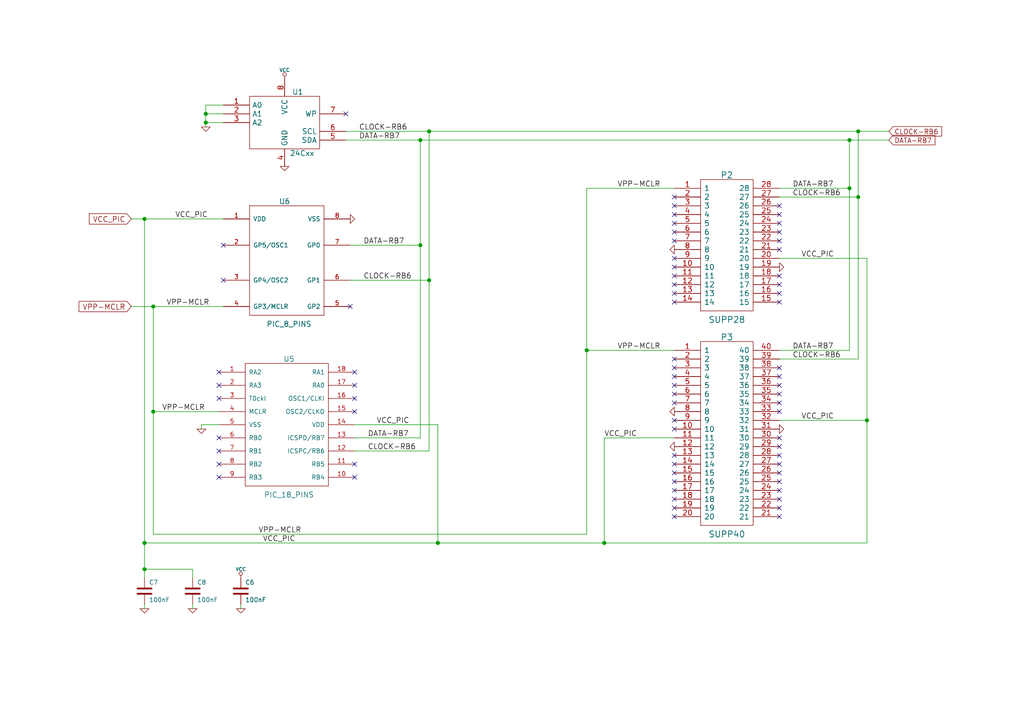
<source format=kicad_sch>
(kicad_sch (version 20201015) (generator eeschema)
  (page 1 3)
  (paper "A4")
  (title_block (title "JDM - COM84 PIC Programmer with 13V DC/DC converter") (date "Sun 22 Mar 2015") (rev "3") (company "KiCad"))
  (lib_symbols
    (symbol "flat_hierarchy_schlib:24C16" (pin_names (offset 0.762))
      (property "Reference" "U" (at 3.81 8.89 0))
      (property "Value" "24C16" (at 5.08 -8.89 0))
      (symbol "24C16_1_1"
        (rectangle (start -10.16 -7.62) (end 10.16 7.62))
        (pin input line (at -17.78 5.08 0) (length 7.62) (name "A0") (number "1"))
        (pin input line (at -17.78 2.54 0) (length 7.62) (name "A1") (number "2"))
        (pin input line (at -17.78 0 0) (length 7.62) (name "A2") (number "3"))
        (pin bidirectional line (at 17.78 -5.08 180) (length 7.62) (name "SDA") (number "5"))
        (pin input line (at 17.78 -2.54 180) (length 7.62) (name "SCL") (number "6"))
        (pin input line (at 17.78 2.54 180) (length 7.62) (name "WP") (number "7"))
      )
      (symbol "24C16_0_0"
        (pin power_in line (at 0 -12.7 90) (length 5.08) (name "GND") (number "4"))
        (pin power_in line (at 0 12.7 270) (length 5.08) (name "VCC") (number "8"))
      )
    )
    (symbol "flat_hierarchy_schlib:C" (pin_numbers hide) (pin_names (offset 0.254))
      (property "Reference" "C" (at 0.635 2.54 0))
      (property "Value" "C" (at 0.635 -2.54 0))
      (symbol "C_0_1"
        (polyline (pts (xy -2.032 -0.762) (xy 2.032 -0.762)) (stroke (width 0.508)))
        (polyline (pts (xy -2.032 0.762) (xy 2.032 0.762)) (stroke (width 0.508)))
      )
      (symbol "C_1_1"
        (pin passive line (at 0 3.81 270) (length 2.794) (name "~") (number "1"))
        (pin passive line (at 0 -3.81 90) (length 2.794) (name "~") (number "2"))
      )
    )
    (symbol "flat_hierarchy_schlib:C_1" (pin_numbers hide) (pin_names (offset 0.254))
      (property "Reference" "C" (at 0.635 2.54 0))
      (property "Value" "C" (at 0.635 -2.54 0))
      (symbol "C_1_0_1"
        (polyline (pts (xy -2.032 -0.762) (xy 2.032 -0.762)) (stroke (width 0.508)))
        (polyline (pts (xy -2.032 0.762) (xy 2.032 0.762)) (stroke (width 0.508)))
      )
      (symbol "C_1_1_1"
        (pin passive line (at 0 3.81 270) (length 2.794) (name "~") (number "1"))
        (pin passive line (at 0 -3.81 90) (length 2.794) (name "~") (number "2"))
      )
    )
    (symbol "flat_hierarchy_schlib:C_2" (pin_numbers hide) (pin_names (offset 0.254))
      (property "Reference" "C" (at 0.635 2.54 0))
      (property "Value" "C" (at 0.635 -2.54 0))
      (symbol "C_2_0_1"
        (polyline (pts (xy -2.032 -0.762) (xy 2.032 -0.762)) (stroke (width 0.508)))
        (polyline (pts (xy -2.032 0.762) (xy 2.032 0.762)) (stroke (width 0.508)))
      )
      (symbol "C_2_1_1"
        (pin passive line (at 0 3.81 270) (length 2.794) (name "~") (number "1"))
        (pin passive line (at 0 -3.81 90) (length 2.794) (name "~") (number "2"))
      )
    )
    (symbol "flat_hierarchy_schlib:GND" (power) (pin_names (offset 0))
      (symbol "GND_0_1"
        (polyline (pts (xy -1.27 0) (xy 0 -1.27) (xy 1.27 0) (xy -1.27 0)))
      )
      (symbol "GND_1_1"
        (pin power_in line (at 0 0 90) (length 0) hide (name "GND") (number "1"))
      )
    )
    (symbol "flat_hierarchy_schlib:PIC12C508A" (pin_names (offset 1.016))
      (property "Reference" "U" (at 0 17.78 0))
      (property "Value" "PIC12C508A" (at 0 -16.51 0))
      (symbol "PIC12C508A_0_1"
        (rectangle (start 10.16 -15.24) (end -11.43 16.51))
      )
      (symbol "PIC12C508A_1_1"
        (pin power_in line (at -19.05 12.7 0) (length 7.62) (name "VDD") (number "1"))
        (pin input line (at -19.05 5.08 0) (length 7.62) (name "GP5/OSC1") (number "2"))
        (pin input line (at -19.05 -5.08 0) (length 7.62) (name "GP4/OSC2") (number "3"))
        (pin input line (at -19.05 -12.7 0) (length 7.62) (name "GP3/MCLR") (number "4"))
        (pin input line (at 17.78 -12.7 180) (length 7.62) (name "GP2") (number "5"))
        (pin input line (at 17.78 -5.08 180) (length 7.62) (name "GP1") (number "6"))
        (pin input line (at 17.78 5.08 180) (length 7.62) (name "GP0") (number "7"))
        (pin power_in line (at 17.78 12.7 180) (length 7.62) (name "VSS") (number "8"))
      )
      (symbol "PIC12C508A_1_2"
        (pin power_in line (at -19.05 12.7 0) (length 7.62) (name "VDD") (number "1"))
        (pin input line (at -19.05 5.08 0) (length 7.62) (name "GP5/OSC1") (number "2"))
        (pin input line (at -19.05 -5.08 0) (length 7.62) (name "GP4/OSC2") (number "3"))
        (pin input line (at -19.05 -12.7 0) (length 7.62) (name "GP3/MCLR") (number "4"))
        (pin input line (at 17.78 -12.7 180) (length 7.62) (name "GP2") (number "5"))
        (pin input line (at 17.78 -5.08 180) (length 7.62) (name "GP1") (number "6"))
        (pin input line (at 17.78 5.08 180) (length 7.62) (name "GP0") (number "7"))
        (pin power_in line (at 17.78 12.7 180) (length 7.62) (name "VSS") (number "8"))
      )
    )
    (symbol "flat_hierarchy_schlib:PIC16F54" (pin_names (offset 1.016))
      (property "Reference" "U?" (at 0 -19.05 0))
      (property "Value" "PIC16F54" (at 0 20.32 0))
      (symbol "PIC16F54_0_1"
        (rectangle (start -12.7 17.78) (end 11.43 -17.78))
      )
      (symbol "PIC16F54_1_1"
        (pin bidirectional line (at -20.32 15.24 0) (length 7.62) (name "RA2") (number "1"))
        (pin bidirectional line (at 19.05 -15.24 180) (length 7.62) (name "RB4") (number "10"))
        (pin bidirectional line (at 19.05 -11.43 180) (length 7.62) (name "RB5") (number "11"))
        (pin bidirectional line (at 19.05 -7.62 180) (length 7.62) (name "ICSPC/RB6") (number "12"))
        (pin bidirectional line (at 19.05 -3.81 180) (length 7.62) (name "ICSPD/RB7") (number "13"))
        (pin power_in line (at 19.05 0 180) (length 7.62) (name "VDD") (number "14"))
        (pin output line (at 19.05 3.81 180) (length 7.62) (name "OSC2/CLKO") (number "15"))
        (pin input line (at 19.05 7.62 180) (length 7.62) (name "OSC1/CLKI") (number "16"))
        (pin bidirectional line (at 19.05 11.43 180) (length 7.62) (name "RA0") (number "17"))
        (pin bidirectional line (at 19.05 15.24 180) (length 7.62) (name "RA1") (number "18"))
        (pin bidirectional line (at -20.32 11.43 0) (length 7.62) (name "RA3") (number "2"))
        (pin output line (at -20.32 7.62 0) (length 7.62) (name "T0ckl") (number "3"))
        (pin input line (at -20.32 3.81 0) (length 7.62) (name "MCLR") (number "4"))
        (pin power_in line (at -20.32 0 0) (length 7.62) (name "VSS") (number "5"))
        (pin bidirectional line (at -20.32 -3.81 0) (length 7.62) (name "RB0") (number "6"))
        (pin bidirectional line (at -20.32 -7.62 0) (length 7.62) (name "RB1") (number "7"))
        (pin bidirectional line (at -20.32 -11.43 0) (length 7.62) (name "RB2") (number "8"))
        (pin bidirectional line (at -20.32 -15.24 0) (length 7.62) (name "RB3") (number "9"))
      )
      (symbol "PIC16F54_1_2"
        (pin bidirectional line (at -20.32 15.24 0) (length 7.62) (name "RA2") (number "1"))
        (pin bidirectional line (at 19.05 -15.24 180) (length 7.62) (name "RB4") (number "10"))
        (pin bidirectional line (at 19.05 -11.43 180) (length 7.62) (name "RB5") (number "11"))
        (pin bidirectional line (at 19.05 -7.62 180) (length 7.62) (name "ICSPC/RB6") (number "12"))
        (pin bidirectional line (at 19.05 -3.81 180) (length 7.62) (name "ICSPD/RB7") (number "13"))
        (pin power_in line (at 19.05 0 180) (length 7.62) (name "VDD") (number "14"))
        (pin output line (at 19.05 3.81 180) (length 7.62) (name "OSC2/CLKO") (number "15"))
        (pin input line (at 19.05 7.62 180) (length 7.62) (name "OSC1/CLKI") (number "16"))
        (pin bidirectional line (at 19.05 11.43 180) (length 7.62) (name "RA0") (number "17"))
        (pin bidirectional line (at 19.05 15.24 180) (length 7.62) (name "RA1") (number "18"))
        (pin bidirectional line (at -20.32 11.43 0) (length 7.62) (name "RA3") (number "2"))
        (pin output line (at -20.32 7.62 0) (length 7.62) (name "T0ckl") (number "3"))
        (pin input line (at -20.32 3.81 0) (length 7.62) (name "MCLR") (number "4"))
        (pin power_in line (at -20.32 0 0) (length 7.62) (name "VSS") (number "5"))
        (pin bidirectional line (at -20.32 -3.81 0) (length 7.62) (name "RB0") (number "6"))
        (pin bidirectional line (at -20.32 -7.62 0) (length 7.62) (name "RB1") (number "7"))
        (pin bidirectional line (at -20.32 -11.43 0) (length 7.62) (name "RB2") (number "8"))
        (pin bidirectional line (at -20.32 -15.24 0) (length 7.62) (name "RB3") (number "9"))
      )
    )
    (symbol "flat_hierarchy_schlib:SUPP28" (pin_names (offset 1.016))
      (property "Reference" "J" (at 0 2.54 0))
      (property "Value" "SUPP28" (at 0 -2.54 0))
      (symbol "SUPP28_0_1"
        (rectangle (start -7.62 -19.05) (end 7.62 19.05))
      )
      (symbol "SUPP28_1_1"
        (pin passive line (at -15.24 16.51 0) (length 7.62) (name "1") (number "1"))
        (pin passive line (at -15.24 -6.35 0) (length 7.62) (name "10") (number "10"))
        (pin passive line (at -15.24 -8.89 0) (length 7.62) (name "11") (number "11"))
        (pin passive line (at -15.24 -11.43 0) (length 7.62) (name "12") (number "12"))
        (pin passive line (at -15.24 -13.97 0) (length 7.62) (name "13") (number "13"))
        (pin passive line (at -15.24 -16.51 0) (length 7.62) (name "14") (number "14"))
        (pin passive line (at 15.24 -16.51 180) (length 7.62) (name "15") (number "15"))
        (pin passive line (at 15.24 -13.97 180) (length 7.62) (name "16") (number "16"))
        (pin passive line (at 15.24 -11.43 180) (length 7.62) (name "17") (number "17"))
        (pin passive line (at 15.24 -8.89 180) (length 7.62) (name "18") (number "18"))
        (pin passive line (at 15.24 -6.35 180) (length 7.62) (name "19") (number "19"))
        (pin passive line (at -15.24 13.97 0) (length 7.62) (name "2") (number "2"))
        (pin passive line (at 15.24 -3.81 180) (length 7.62) (name "20") (number "20"))
        (pin passive line (at 15.24 -1.27 180) (length 7.62) (name "21") (number "21"))
        (pin passive line (at 15.24 1.27 180) (length 7.62) (name "22") (number "22"))
        (pin passive line (at 15.24 3.81 180) (length 7.62) (name "23") (number "23"))
        (pin passive line (at 15.24 6.35 180) (length 7.62) (name "24") (number "24"))
        (pin passive line (at 15.24 8.89 180) (length 7.62) (name "25") (number "25"))
        (pin passive line (at 15.24 11.43 180) (length 7.62) (name "26") (number "26"))
        (pin passive line (at 15.24 13.97 180) (length 7.62) (name "27") (number "27"))
        (pin passive line (at 15.24 16.51 180) (length 7.62) (name "28") (number "28"))
        (pin passive line (at -15.24 11.43 0) (length 7.62) (name "3") (number "3"))
        (pin passive line (at -15.24 8.89 0) (length 7.62) (name "4") (number "4"))
        (pin passive line (at -15.24 6.35 0) (length 7.62) (name "5") (number "5"))
        (pin passive line (at -15.24 3.81 0) (length 7.62) (name "6") (number "6"))
        (pin passive line (at -15.24 1.27 0) (length 7.62) (name "7") (number "7"))
        (pin passive line (at -15.24 -1.27 0) (length 7.62) (name "8") (number "8"))
        (pin passive line (at -15.24 -3.81 0) (length 7.62) (name "9") (number "9"))
      )
    )
    (symbol "flat_hierarchy_schlib:SUPP40" (pin_names (offset 1.016))
      (property "Reference" "P" (at 0 27.94 0))
      (property "Value" "SUPP40" (at 0 -27.94 0))
      (symbol "SUPP40_0_1"
        (rectangle (start -7.62 -26.67) (end 7.62 26.67))
      )
      (symbol "SUPP40_1_1"
        (pin passive line (at -15.24 24.13 0) (length 7.62) (name "1") (number "1"))
        (pin passive line (at -15.24 1.27 0) (length 7.62) (name "10") (number "10"))
        (pin passive line (at -15.24 -1.27 0) (length 7.62) (name "11") (number "11"))
        (pin passive line (at -15.24 -3.81 0) (length 7.62) (name "12") (number "12"))
        (pin passive line (at -15.24 -6.35 0) (length 7.62) (name "13") (number "13"))
        (pin passive line (at -15.24 -8.89 0) (length 7.62) (name "14") (number "14"))
        (pin passive line (at -15.24 -11.43 0) (length 7.62) (name "15") (number "15"))
        (pin passive line (at -15.24 -13.97 0) (length 7.62) (name "16") (number "16"))
        (pin passive line (at -15.24 -16.51 0) (length 7.62) (name "17") (number "17"))
        (pin passive line (at -15.24 -19.05 0) (length 7.62) (name "18") (number "18"))
        (pin passive line (at -15.24 -21.59 0) (length 7.62) (name "19") (number "19"))
        (pin passive line (at -15.24 21.59 0) (length 7.62) (name "2") (number "2"))
        (pin passive line (at -15.24 -24.13 0) (length 7.62) (name "20") (number "20"))
        (pin passive line (at 15.24 -24.13 180) (length 7.62) (name "21") (number "21"))
        (pin passive line (at 15.24 -21.59 180) (length 7.62) (name "22") (number "22"))
        (pin passive line (at 15.24 -19.05 180) (length 7.62) (name "23") (number "23"))
        (pin passive line (at 15.24 -16.51 180) (length 7.62) (name "24") (number "24"))
        (pin passive line (at 15.24 -13.97 180) (length 7.62) (name "25") (number "25"))
        (pin passive line (at 15.24 -11.43 180) (length 7.62) (name "26") (number "26"))
        (pin passive line (at 15.24 -8.89 180) (length 7.62) (name "27") (number "27"))
        (pin passive line (at 15.24 -6.35 180) (length 7.62) (name "28") (number "28"))
        (pin passive line (at 15.24 -3.81 180) (length 7.62) (name "29") (number "29"))
        (pin passive line (at -15.24 19.05 0) (length 7.62) (name "3") (number "3"))
        (pin passive line (at 15.24 -1.27 180) (length 7.62) (name "30") (number "30"))
        (pin passive line (at 15.24 1.27 180) (length 7.62) (name "31") (number "31"))
        (pin passive line (at 15.24 3.81 180) (length 7.62) (name "32") (number "32"))
        (pin passive line (at 15.24 6.35 180) (length 7.62) (name "33") (number "33"))
        (pin passive line (at 15.24 8.89 180) (length 7.62) (name "34") (number "34"))
        (pin passive line (at 15.24 11.43 180) (length 7.62) (name "35") (number "35"))
        (pin passive line (at 15.24 13.97 180) (length 7.62) (name "36") (number "36"))
        (pin passive line (at 15.24 16.51 180) (length 7.62) (name "37") (number "37"))
        (pin passive line (at 15.24 19.05 180) (length 7.62) (name "38") (number "38"))
        (pin passive line (at 15.24 21.59 180) (length 7.62) (name "39") (number "39"))
        (pin passive line (at -15.24 16.51 0) (length 7.62) (name "4") (number "4"))
        (pin passive line (at 15.24 24.13 180) (length 7.62) (name "40") (number "40"))
        (pin passive line (at -15.24 13.97 0) (length 7.62) (name "5") (number "5"))
        (pin passive line (at -15.24 11.43 0) (length 7.62) (name "6") (number "6"))
        (pin passive line (at -15.24 8.89 0) (length 7.62) (name "7") (number "7"))
        (pin passive line (at -15.24 6.35 0) (length 7.62) (name "8") (number "8"))
        (pin passive line (at -15.24 3.81 0) (length 7.62) (name "9") (number "9"))
      )
    )
    (symbol "flat_hierarchy_schlib:VCC" (power) (pin_names (offset 0))
      (property "Value" "VCC" (at 0 2.54 0))
      (symbol "VCC_0_1"
        (circle (center 0 1.27) (radius 0.508))
        (polyline (pts (xy 0 0) (xy 0 0.762) (xy 0 0.762)))
      )
      (symbol "VCC_0_0"
        (pin power_in line (at 0 0 90) (length 0) hide (name "VCC") (number "1"))
      )
    )
  )
  (junction (at 41.91 63.5) (diameter 1.016))
  (junction (at 41.91 157.48) (diameter 1.016))
  (junction (at 41.91 165.1) (diameter 1.016))
  (junction (at 44.45 88.9) (diameter 1.016))
  (junction (at 44.45 119.38) (diameter 1.016))
  (junction (at 59.69 33.02) (diameter 1.016))
  (junction (at 59.69 35.56) (diameter 1.016))
  (junction (at 121.92 40.64) (diameter 1.016))
  (junction (at 121.92 71.12) (diameter 1.016))
  (junction (at 124.46 38.1) (diameter 1.016))
  (junction (at 124.46 81.28) (diameter 1.016))
  (junction (at 127 157.48) (diameter 1.016))
  (junction (at 170.18 101.6) (diameter 1.016))
  (junction (at 175.26 157.48) (diameter 1.016))
  (junction (at 246.38 40.64) (diameter 1.016))
  (junction (at 246.38 54.61) (diameter 1.016))
  (junction (at 248.92 38.1) (diameter 1.016))
  (junction (at 248.92 57.15) (diameter 1.016))
  (junction (at 251.46 121.92) (diameter 1.016))
  (no_connect (at 195.58 106.68))
  (no_connect (at 226.06 119.38))
  (no_connect (at 226.06 64.77))
  (no_connect (at 226.06 129.54))
  (no_connect (at 226.06 69.85))
  (no_connect (at 102.87 138.43))
  (no_connect (at 195.58 121.92))
  (no_connect (at 102.87 119.38))
  (no_connect (at 226.06 149.86))
  (no_connect (at 195.58 139.7))
  (no_connect (at 195.58 114.3))
  (no_connect (at 63.5 127))
  (no_connect (at 195.58 132.08))
  (no_connect (at 102.87 107.95))
  (no_connect (at 64.77 71.12))
  (no_connect (at 226.06 137.16))
  (no_connect (at 63.5 115.57))
  (no_connect (at 226.06 144.78))
  (no_connect (at 64.77 81.28))
  (no_connect (at 195.58 137.16))
  (no_connect (at 195.58 116.84))
  (no_connect (at 195.58 74.93))
  (no_connect (at 226.06 116.84))
  (no_connect (at 195.58 144.78))
  (no_connect (at 63.5 107.95))
  (no_connect (at 195.58 111.76))
  (no_connect (at 226.06 82.55))
  (no_connect (at 195.58 69.85))
  (no_connect (at 226.06 139.7))
  (no_connect (at 195.58 109.22))
  (no_connect (at 226.06 109.22))
  (no_connect (at 63.5 134.62))
  (no_connect (at 102.87 115.57))
  (no_connect (at 102.87 134.62))
  (no_connect (at 226.06 132.08))
  (no_connect (at 226.06 134.62))
  (no_connect (at 195.58 104.14))
  (no_connect (at 226.06 59.69))
  (no_connect (at 100.33 33.02))
  (no_connect (at 195.58 77.47))
  (no_connect (at 195.58 85.09))
  (no_connect (at 226.06 147.32))
  (no_connect (at 226.06 85.09))
  (no_connect (at 226.06 111.76))
  (no_connect (at 195.58 124.46))
  (no_connect (at 195.58 142.24))
  (no_connect (at 226.06 114.3))
  (no_connect (at 195.58 64.77))
  (no_connect (at 195.58 62.23))
  (no_connect (at 226.06 87.63))
  (no_connect (at 195.58 147.32))
  (no_connect (at 195.58 82.55))
  (no_connect (at 226.06 142.24))
  (no_connect (at 195.58 67.31))
  (no_connect (at 195.58 134.62))
  (no_connect (at 195.58 87.63))
  (no_connect (at 63.5 130.81))
  (no_connect (at 226.06 106.68))
  (no_connect (at 102.87 111.76))
  (no_connect (at 195.58 59.69))
  (no_connect (at 195.58 57.15))
  (no_connect (at 226.06 80.01))
  (no_connect (at 195.58 80.01))
  (no_connect (at 63.5 138.43))
  (no_connect (at 226.06 127))
  (no_connect (at 101.6 88.9))
  (no_connect (at 226.06 72.39))
  (no_connect (at 226.06 62.23))
  (no_connect (at 195.58 149.86))
  (no_connect (at 63.5 111.76))
  (no_connect (at 226.06 67.31))
  (wire (pts (xy 38.1 63.5) (xy 41.91 63.5)))
  (wire (pts (xy 38.1 88.9) (xy 44.45 88.9)))
  (wire (pts (xy 41.91 63.5) (xy 41.91 157.48)))
  (wire (pts (xy 41.91 63.5) (xy 64.77 63.5)))
  (wire (pts (xy 41.91 157.48) (xy 41.91 165.1)))
  (wire (pts (xy 41.91 165.1) (xy 41.91 167.64)))
  (wire (pts (xy 41.91 165.1) (xy 55.88 165.1)))
  (wire (pts (xy 41.91 175.26) (xy 41.91 176.53)))
  (wire (pts (xy 44.45 88.9) (xy 44.45 119.38)))
  (wire (pts (xy 44.45 88.9) (xy 64.77 88.9)))
  (wire (pts (xy 44.45 119.38) (xy 44.45 154.94)))
  (wire (pts (xy 44.45 154.94) (xy 170.18 154.94)))
  (wire (pts (xy 55.88 165.1) (xy 55.88 167.64)))
  (wire (pts (xy 55.88 175.26) (xy 55.88 176.53)))
  (wire (pts (xy 58.42 123.19) (xy 58.42 124.46)))
  (wire (pts (xy 59.69 30.48) (xy 59.69 33.02)))
  (wire (pts (xy 59.69 30.48) (xy 64.77 30.48)))
  (wire (pts (xy 59.69 33.02) (xy 59.69 35.56)))
  (wire (pts (xy 59.69 33.02) (xy 64.77 33.02)))
  (wire (pts (xy 59.69 35.56) (xy 59.69 36.83)))
  (wire (pts (xy 63.5 119.38) (xy 44.45 119.38)))
  (wire (pts (xy 63.5 123.19) (xy 58.42 123.19)))
  (wire (pts (xy 64.77 35.56) (xy 59.69 35.56)))
  (wire (pts (xy 69.85 175.26) (xy 69.85 176.53)))
  (wire (pts (xy 100.33 38.1) (xy 124.46 38.1)))
  (wire (pts (xy 100.33 40.64) (xy 121.92 40.64)))
  (wire (pts (xy 101.6 71.12) (xy 121.92 71.12)))
  (wire (pts (xy 101.6 81.28) (xy 124.46 81.28)))
  (wire (pts (xy 102.87 123.19) (xy 127 123.19)))
  (wire (pts (xy 121.92 40.64) (xy 121.92 71.12)))
  (wire (pts (xy 121.92 40.64) (xy 246.38 40.64)))
  (wire (pts (xy 121.92 71.12) (xy 121.92 127)))
  (wire (pts (xy 121.92 127) (xy 102.87 127)))
  (wire (pts (xy 124.46 38.1) (xy 124.46 81.28)))
  (wire (pts (xy 124.46 38.1) (xy 248.92 38.1)))
  (wire (pts (xy 124.46 81.28) (xy 124.46 130.81)))
  (wire (pts (xy 124.46 130.81) (xy 102.87 130.81)))
  (wire (pts (xy 127 123.19) (xy 127 157.48)))
  (wire (pts (xy 127 157.48) (xy 41.91 157.48)))
  (wire (pts (xy 170.18 54.61) (xy 195.58 54.61)))
  (wire (pts (xy 170.18 101.6) (xy 170.18 54.61)))
  (wire (pts (xy 170.18 101.6) (xy 195.58 101.6)))
  (wire (pts (xy 170.18 154.94) (xy 170.18 101.6)))
  (wire (pts (xy 175.26 127) (xy 175.26 157.48)))
  (wire (pts (xy 175.26 157.48) (xy 127 157.48)))
  (wire (pts (xy 195.58 127) (xy 175.26 127)))
  (wire (pts (xy 226.06 54.61) (xy 246.38 54.61)))
  (wire (pts (xy 226.06 57.15) (xy 248.92 57.15)))
  (wire (pts (xy 226.06 74.93) (xy 251.46 74.93)))
  (wire (pts (xy 226.06 121.92) (xy 251.46 121.92)))
  (wire (pts (xy 246.38 40.64) (xy 246.38 54.61)))
  (wire (pts (xy 246.38 40.64) (xy 257.81 40.64)))
  (wire (pts (xy 246.38 54.61) (xy 246.38 101.6)))
  (wire (pts (xy 246.38 101.6) (xy 226.06 101.6)))
  (wire (pts (xy 248.92 38.1) (xy 248.92 57.15)))
  (wire (pts (xy 248.92 38.1) (xy 257.81 38.1)))
  (wire (pts (xy 248.92 57.15) (xy 248.92 104.14)))
  (wire (pts (xy 248.92 104.14) (xy 226.06 104.14)))
  (wire (pts (xy 251.46 74.93) (xy 251.46 121.92)))
  (wire (pts (xy 251.46 121.92) (xy 251.46 157.48)))
  (wire (pts (xy 251.46 157.48) (xy 175.26 157.48)))
  (label "VPP-MCLR" (at 46.99 119.38 0) (effects (font (size 1.524 1.524))))
  (label "VPP-MCLR" (at 48.26 88.9 0) (effects (font (size 1.524 1.524))))
  (label "VCC_PIC" (at 50.8 63.5 0) (effects (font (size 1.524 1.524))))
  (label "VPP-MCLR" (at 74.93 154.94 0) (effects (font (size 1.524 1.524))))
  (label "VCC_PIC" (at 76.2 157.48 0) (effects (font (size 1.524 1.524))))
  (label "CLOCK-RB6" (at 104.14 38.1 0) (effects (font (size 1.524 1.524))))
  (label "DATA-RB7" (at 104.14 40.64 0) (effects (font (size 1.524 1.524))))
  (label "DATA-RB7" (at 105.41 71.12 0) (effects (font (size 1.524 1.524))))
  (label "CLOCK-RB6" (at 105.41 81.28 0) (effects (font (size 1.524 1.524))))
  (label "DATA-RB7" (at 106.68 127 0) (effects (font (size 1.524 1.524))))
  (label "CLOCK-RB6" (at 106.68 130.81 0) (effects (font (size 1.524 1.524))))
  (label "VCC_PIC" (at 109.22 123.19 0) (effects (font (size 1.524 1.524))))
  (label "VCC_PIC" (at 175.26 127 0) (effects (font (size 1.524 1.524))))
  (label "VPP-MCLR" (at 179.07 54.61 0) (effects (font (size 1.524 1.524))))
  (label "VPP-MCLR" (at 179.07 101.6 0) (effects (font (size 1.524 1.524))))
  (label "DATA-RB7" (at 229.87 54.61 0) (effects (font (size 1.524 1.524))))
  (label "CLOCK-RB6" (at 229.87 57.15 0) (effects (font (size 1.524 1.524))))
  (label "DATA-RB7" (at 229.87 101.6 0) (effects (font (size 1.524 1.524))))
  (label "CLOCK-RB6" (at 229.87 104.14 0) (effects (font (size 1.524 1.524))))
  (label "VCC_PIC" (at 232.41 74.93 0) (effects (font (size 1.524 1.524))))
  (label "VCC_PIC" (at 232.41 121.92 0) (effects (font (size 1.524 1.524))))
  (global_label "VCC_PIC" (shape input) (at 38.1 63.5 180) (effects (font (size 1.524 1.524))))
  (global_label "VPP-MCLR" (shape input) (at 38.1 88.9 180) (effects (font (size 1.524 1.524))))
  (global_label "CLOCK-RB6" (shape input) (at 257.81 38.1 0) (effects (font (size 1.397 1.397))))
  (global_label "DATA-RB7" (shape input) (at 257.81 40.64 0) (effects (font (size 1.397 1.397))))
  (symbol (lib_id "flat_hierarchy_schlib:VCC") (at 69.85 167.64 0) (unit 1)
    (property "Reference" "#PWR08" (effects hide))
    (property "Value" "VCC" (at 69.85 165.1 0) (effects (font (size 1.016 1.016))))
  )
  (symbol (lib_id "flat_hierarchy_schlib:VCC") (at 82.55 22.86 0) (unit 1)
    (property "Reference" "#PWR013" (effects hide))
    (property "Value" "VCC" (at 82.55 20.32 0) (effects (font (size 1.016 1.016))))
  )
  (symbol (lib_id "flat_hierarchy_schlib:GND") (at 41.91 176.53 0) (unit 1)
    (property "Reference" "#PWR06" (effects hide))
    (property "Value" "GND" (effects hide))
  )
  (symbol (lib_id "flat_hierarchy_schlib:GND") (at 55.88 176.53 0) (unit 1)
    (property "Reference" "#PWR01" (effects hide))
    (property "Value" "GND" (effects hide))
  )
  (symbol (lib_id "flat_hierarchy_schlib:GND") (at 58.42 124.46 0) (unit 1)
    (property "Reference" "#PWR011" (effects hide))
    (property "Value" "GND" (effects hide))
  )
  (symbol (lib_id "flat_hierarchy_schlib:GND") (at 59.69 36.83 0) (unit 1)
    (property "Reference" "#PWR010" (effects hide))
    (property "Value" "GND" (effects hide))
  )
  (symbol (lib_id "flat_hierarchy_schlib:GND") (at 69.85 176.53 0) (unit 1)
    (property "Reference" "#PWR07" (effects hide))
    (property "Value" "GND" (effects hide))
  )
  (symbol (lib_id "flat_hierarchy_schlib:GND") (at 82.55 48.26 0) (unit 1)
    (property "Reference" "#PWR014" (effects hide))
    (property "Value" "GND" (effects hide))
  )
  (symbol (lib_id "flat_hierarchy_schlib:GND") (at 101.6 63.5 90) (unit 1)
    (property "Reference" "#PWR012" (effects hide))
    (property "Value" "GND" (effects hide))
  )
  (symbol (lib_id "flat_hierarchy_schlib:GND") (at 195.58 72.39 270) (unit 1)
    (property "Reference" "#PWR05" (effects hide))
    (property "Value" "GND" (effects hide))
  )
  (symbol (lib_id "flat_hierarchy_schlib:GND") (at 195.58 119.38 270) (unit 1)
    (property "Reference" "#PWR03" (effects hide))
    (property "Value" "GND" (effects hide))
  )
  (symbol (lib_id "flat_hierarchy_schlib:GND") (at 195.58 129.54 270) (unit 1)
    (property "Reference" "#PWR02" (effects hide))
    (property "Value" "GND" (effects hide))
  )
  (symbol (lib_id "flat_hierarchy_schlib:GND") (at 226.06 77.47 90) (unit 1)
    (property "Reference" "#PWR04" (effects hide))
    (property "Value" "GND" (effects hide))
  )
  (symbol (lib_id "flat_hierarchy_schlib:GND") (at 226.06 124.46 90) (unit 1)
    (property "Reference" "#PWR09" (effects hide))
    (property "Value" "GND" (effects hide))
  )
  (symbol (lib_id "flat_hierarchy_schlib:C") (at 41.91 171.45 0) (unit 1)
    (property "Reference" "C7" (at 43.18 168.91 0) (effects (justify left)))
    (property "Value" "100nF" (at 43.18 173.99 0) (effects (justify left)))
    (property "Footprint" "discret:C1-1" (effects hide))
  )
  (symbol (lib_name "flat_hierarchy_schlib:C_1") (lib_id "flat_hierarchy_schlib:C") (at 55.88 171.45 0) (unit 1)
    (property "Reference" "C8" (at 57.15 168.91 0) (effects (justify left)))
    (property "Value" "100nF" (at 57.15 173.99 0) (effects (justify left)))
    (property "Footprint" "discret:C1-1" (effects hide))
  )
  (symbol (lib_name "flat_hierarchy_schlib:C_2") (lib_id "flat_hierarchy_schlib:C") (at 69.85 171.45 0) (unit 1)
    (property "Reference" "C6" (at 71.12 168.91 0) (effects (justify left)))
    (property "Value" "100nF" (at 71.12 173.99 0) (effects (justify left)))
    (property "Footprint" "discret:C1-1" (effects hide))
  )
  (symbol (lib_id "flat_hierarchy_schlib:24C16") (at 82.55 35.56 0) (unit 1)
    (property "Reference" "U1" (at 86.36 26.67 0) (effects (font (size 1.524 1.524))))
    (property "Value" "24Cxx" (at 87.63 44.45 0) (effects (font (size 1.524 1.524))))
    (property "Footprint" "Package_DIP:DIP-8_W7.62mm_LongPads" (effects hide))
  )
  (symbol (lib_id "flat_hierarchy_schlib:SUPP28") (at 210.82 71.12 0) (unit 1)
    (property "Reference" "P2" (at 210.82 50.8 0) (effects (font (size 1.778 1.778))))
    (property "Value" "SUPP28" (at 210.82 92.71 0) (effects (font (size 1.778 1.778))))
    (property "Footprint" "Package_DIP:DIP-28_W7.62mm_Socket_LongPads" (effects hide))
  )
  (symbol (lib_id "flat_hierarchy_schlib:PIC12C508A") (at 83.82 76.2 0) (unit 1)
    (property "Reference" "U6" (at 82.55 58.42 0) (effects (font (size 1.524 1.524))))
    (property "Value" "PIC_8_PINS" (at 83.82 93.98 0) (effects (font (size 1.524 1.524))))
    (property "Footprint" "Package_DIP:DIP-8_W7.62mm_LongPads" (effects hide))
  )
  (symbol (lib_id "flat_hierarchy_schlib:PIC16F54") (at 83.82 123.19 0) (unit 1)
    (property "Reference" "U5" (at 83.82 104.14 0) (effects (font (size 1.524 1.524))))
    (property "Value" "PIC_18_PINS" (at 83.82 143.51 0) (effects (font (size 1.524 1.524))))
    (property "Footprint" "Package_DIP:DIP-18_W7.62mm_Socket_LongPads" (effects hide))
  )
  (symbol (lib_id "flat_hierarchy_schlib:SUPP40") (at 210.82 125.73 0) (unit 1)
    (property "Reference" "P3" (at 210.82 97.79 0) (effects (font (size 1.778 1.778))))
    (property "Value" "SUPP40" (at 210.82 154.94 0) (effects (font (size 1.778 1.778))))
    (property "Footprint" "Package_DIP:DIP-40_W15.24mm_Socket_LongPads" (effects hide))
  )
)
</source>
